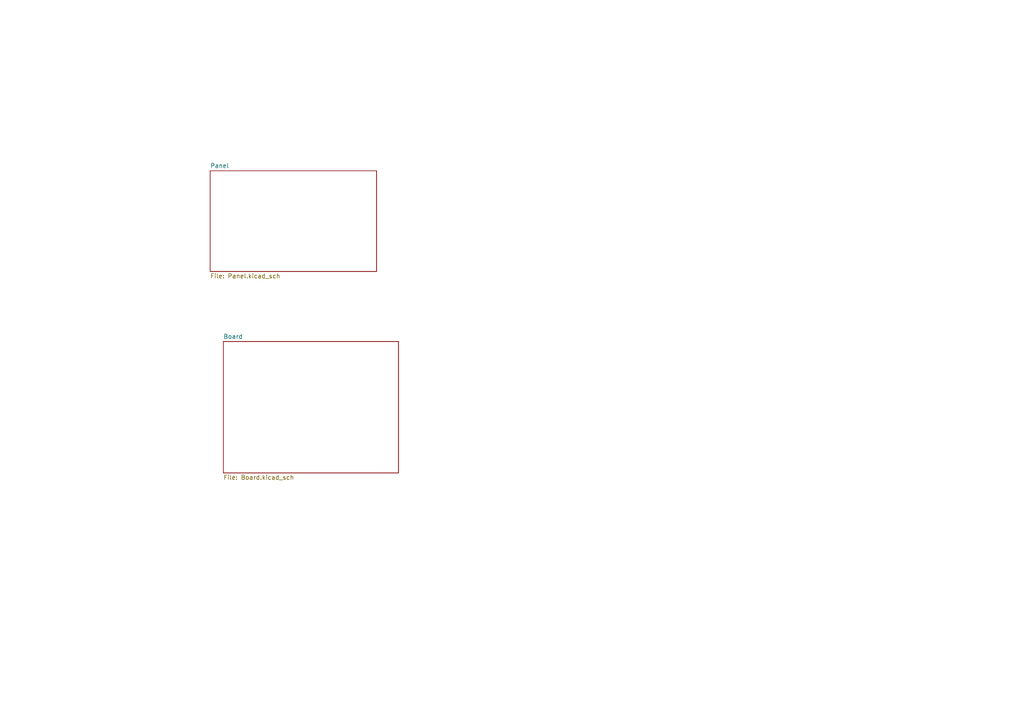
<source format=kicad_sch>
(kicad_sch
	(version 20231120)
	(generator "eeschema")
	(generator_version "8.0")
	(uuid "b497d75e-0918-4e9c-ae43-36360bc031dc")
	(paper "A4")
	(lib_symbols)
	(sheet
		(at 64.77 99.06)
		(size 50.8 38.1)
		(fields_autoplaced yes)
		(stroke
			(width 0.1524)
			(type solid)
		)
		(fill
			(color 0 0 0 0.0000)
		)
		(uuid "01b3bf80-fded-40b5-ad81-2678b7ef607a")
		(property "Sheetname" "Board"
			(at 64.77 98.3484 0)
			(effects
				(font
					(size 1.27 1.27)
				)
				(justify left bottom)
			)
		)
		(property "Sheetfile" "Board.kicad_sch"
			(at 64.77 137.7446 0)
			(effects
				(font
					(size 1.27 1.27)
				)
				(justify left top)
			)
		)
		(instances
			(project "Jack Converter"
				(path "/b497d75e-0918-4e9c-ae43-36360bc031dc"
					(page "3")
				)
			)
		)
	)
	(sheet
		(at 60.96 49.53)
		(size 48.26 29.21)
		(fields_autoplaced yes)
		(stroke
			(width 0.1524)
			(type solid)
		)
		(fill
			(color 0 0 0 0.0000)
		)
		(uuid "a0107b98-77ab-4fe9-88eb-e426e18ca8c4")
		(property "Sheetname" "Panel"
			(at 60.96 48.8184 0)
			(effects
				(font
					(size 1.27 1.27)
				)
				(justify left bottom)
			)
		)
		(property "Sheetfile" "Panel.kicad_sch"
			(at 60.96 79.3246 0)
			(effects
				(font
					(size 1.27 1.27)
				)
				(justify left top)
			)
		)
		(instances
			(project "Jack Converter"
				(path "/b497d75e-0918-4e9c-ae43-36360bc031dc"
					(page "2")
				)
			)
		)
	)
	(sheet_instances
		(path "/"
			(page "1")
		)
	)
)

</source>
